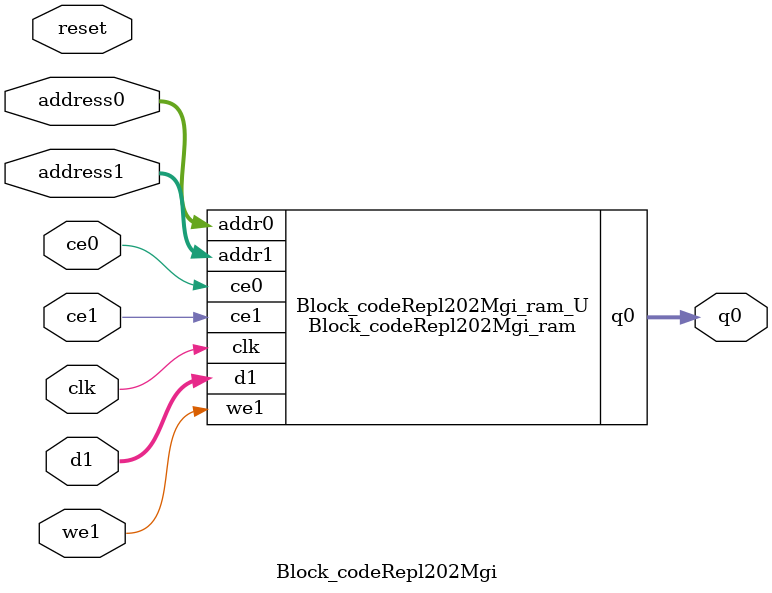
<source format=v>
`timescale 1 ns / 1 ps
module Block_codeRepl202Mgi_ram (addr0, ce0, q0, addr1, ce1, d1, we1,  clk);

parameter DWIDTH = 6;
parameter AWIDTH = 8;
parameter MEM_SIZE = 162;

input[AWIDTH-1:0] addr0;
input ce0;
output reg[DWIDTH-1:0] q0;
input[AWIDTH-1:0] addr1;
input ce1;
input[DWIDTH-1:0] d1;
input we1;
input clk;

(* ram_style = "distributed" *)reg [DWIDTH-1:0] ram[0:MEM_SIZE-1];




always @(posedge clk)  
begin 
    if (ce0) begin
        q0 <= ram[addr0];
    end
end


always @(posedge clk)  
begin 
    if (ce1) begin
        if (we1) 
            ram[addr1] <= d1; 
    end
end


endmodule

`timescale 1 ns / 1 ps
module Block_codeRepl202Mgi(
    reset,
    clk,
    address0,
    ce0,
    q0,
    address1,
    ce1,
    we1,
    d1);

parameter DataWidth = 32'd6;
parameter AddressRange = 32'd162;
parameter AddressWidth = 32'd8;
input reset;
input clk;
input[AddressWidth - 1:0] address0;
input ce0;
output[DataWidth - 1:0] q0;
input[AddressWidth - 1:0] address1;
input ce1;
input we1;
input[DataWidth - 1:0] d1;



Block_codeRepl202Mgi_ram Block_codeRepl202Mgi_ram_U(
    .clk( clk ),
    .addr0( address0 ),
    .ce0( ce0 ),
    .q0( q0 ),
    .addr1( address1 ),
    .ce1( ce1 ),
    .we1( we1 ),
    .d1( d1 ));

endmodule


</source>
